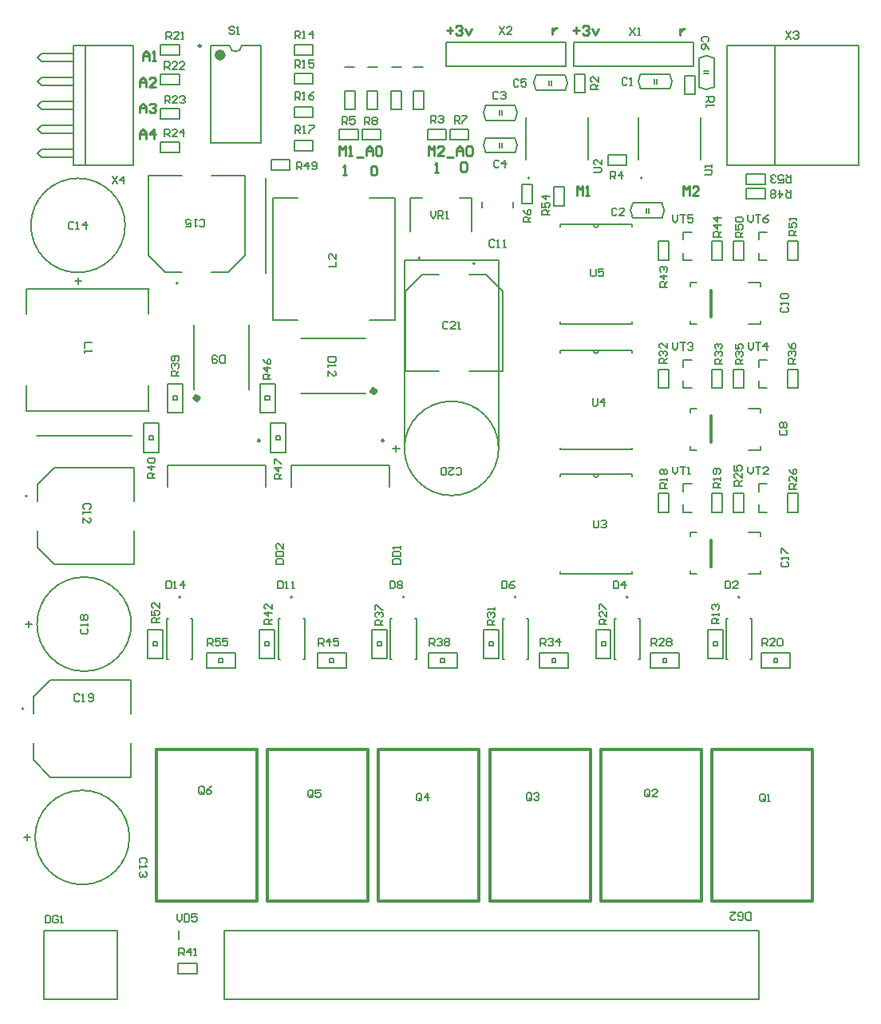
<source format=gto>
G04*
G04 #@! TF.GenerationSoftware,Altium Limited,Altium Designer,20.0.13 (296)*
G04*
G04 Layer_Color=65535*
%FSLAX44Y44*%
%MOMM*%
G71*
G01*
G75*
%ADD10C,0.6000*%
%ADD11C,0.2500*%
%ADD12C,0.2000*%
%ADD13C,0.1500*%
%ADD14C,0.6096*%
%ADD15C,0.1524*%
%ADD16C,0.1270*%
%ADD17C,0.3000*%
%ADD18C,0.1520*%
%ADD19C,0.2540*%
D10*
X226500Y1039750D02*
G03*
X226500Y1039750I-3000J0D01*
G01*
D11*
X203150Y1049350D02*
G03*
X203150Y1049350I-1250J0D01*
G01*
X397250Y630750D02*
G03*
X397250Y630750I-1250J0D01*
G01*
X265750D02*
G03*
X265750Y630750I-1250J0D01*
G01*
D12*
X233650Y1049750D02*
G03*
X246350Y1049750I6350J0D01*
G01*
X671500Y909250D02*
G03*
X671500Y909250I-1000J0D01*
G01*
X15250Y346250D02*
G03*
X15250Y346250I-1000J0D01*
G01*
X19000Y571750D02*
G03*
X19000Y571750I-1000J0D01*
G01*
X493750Y818500D02*
G03*
X493750Y818500I-1000J0D01*
G01*
X178750Y797750D02*
G03*
X178750Y797750I-1000J0D01*
G01*
X519000Y622500D02*
G03*
X519000Y622500I-50000J0D01*
G01*
X122750Y859000D02*
G03*
X122750Y859000I-50000J0D01*
G01*
X127250Y209750D02*
G03*
X127250Y209750I-50000J0D01*
G01*
X774900Y464650D02*
G03*
X774900Y464650I-1000J0D01*
G01*
X656250D02*
G03*
X656250Y464650I-1000J0D01*
G01*
X537600D02*
G03*
X537600Y464650I-1000J0D01*
G01*
X418950D02*
G03*
X418950Y464650I-1000J0D01*
G01*
X300300D02*
G03*
X300300Y464650I-1000J0D01*
G01*
X181650D02*
G03*
X181650Y464650I-1000J0D01*
G01*
X129250Y436000D02*
G03*
X129250Y436000I-50000J0D01*
G01*
X435750Y824250D02*
G03*
X435750Y824250I-1000J0D01*
G01*
X551750Y909250D02*
G03*
X551750Y909250I-1000J0D01*
G01*
X213500Y946750D02*
X266500D01*
X246350Y1049750D02*
X266500D01*
X213500D02*
X233650D01*
X266500Y946750D02*
Y1049750D01*
X213500Y946750D02*
Y1049750D01*
X590000Y1028050D02*
Y1053450D01*
X463000Y1028050D02*
X590000D01*
X463000Y1053450D02*
X590000D01*
X463000Y1028050D02*
Y1053450D01*
X726150Y1028050D02*
Y1053450D01*
X599150Y1028050D02*
X726150D01*
X599150Y1053450D02*
X726150D01*
X599150Y1028050D02*
Y1053450D01*
X160500Y947727D02*
X180500D01*
X160500Y936727D02*
Y947727D01*
Y936727D02*
X180500D01*
Y947727D01*
X160500Y983318D02*
X180500D01*
X160500Y972318D02*
Y983318D01*
Y972318D02*
X180500D01*
Y983318D01*
X160500Y1019000D02*
X180500D01*
X160500Y1008000D02*
Y1019000D01*
Y1008000D02*
X180500D01*
Y1019000D01*
X394153Y950000D02*
Y961000D01*
X374153Y950000D02*
X394153D01*
X374153D02*
Y961000D01*
X394153D01*
X370000Y950000D02*
Y961000D01*
X350000Y950000D02*
X370000D01*
X350000D02*
Y961000D01*
X370000D01*
X443500D02*
X463500D01*
X443500Y950000D02*
Y961000D01*
Y950000D02*
X463500D01*
Y961000D01*
X467401D02*
X487401D01*
X467401Y950000D02*
Y961000D01*
Y950000D02*
X487401D01*
Y961000D01*
X302250Y1020250D02*
X322250D01*
X302250Y1009250D02*
Y1020250D01*
Y1009250D02*
X322250D01*
Y1020250D01*
X634750Y933750D02*
X654750D01*
X634750Y922750D02*
Y933750D01*
Y922750D02*
X654750D01*
Y933750D01*
X543750Y882500D02*
Y902500D01*
Y882500D02*
X554750D01*
Y902500D01*
X543750D02*
X554750D01*
X610750Y999750D02*
Y1019750D01*
X599750D02*
X610750D01*
X599750Y999750D02*
Y1019750D01*
Y999750D02*
X610750D01*
X716500Y998000D02*
Y1018000D01*
Y998000D02*
X727500D01*
Y1018000D01*
X716500D02*
X727500D01*
X501000Y877750D02*
Y883750D01*
X534000Y877750D02*
Y883750D01*
X781750Y898250D02*
X801750D01*
X781750Y887250D02*
Y898250D01*
Y887250D02*
X801750D01*
Y898250D01*
X356000Y1027250D02*
X366000D01*
X405500D02*
X415500D01*
X439330Y982000D02*
Y1002000D01*
X428330D02*
X439330D01*
X428330Y982000D02*
Y1002000D01*
Y982000D02*
X439330D01*
X390750Y981750D02*
Y1001750D01*
X379750D02*
X390750D01*
X379750Y981750D02*
Y1001750D01*
Y981750D02*
X390750D01*
X416000Y982000D02*
Y1002000D01*
X405000D02*
X416000D01*
X405000Y982000D02*
Y1002000D01*
Y982000D02*
X416000D01*
X366750D02*
Y1002000D01*
X355750D02*
X366750D01*
X355750Y982000D02*
Y1002000D01*
Y982000D02*
X366750D01*
X180000Y101250D02*
Y111250D01*
X589000Y879750D02*
Y899750D01*
X578000D02*
X589000D01*
X578000Y879750D02*
Y899750D01*
Y879750D02*
X589000D01*
X277500Y917500D02*
X297500D01*
Y928500D01*
X277500D02*
X297500D01*
X277500Y917500D02*
Y928500D01*
X781750Y913125D02*
X801750D01*
X781750Y902125D02*
Y913125D01*
Y902125D02*
X801750D01*
Y913125D01*
X302250Y1050850D02*
X322250D01*
X302250Y1039850D02*
Y1050850D01*
Y1039850D02*
X322250D01*
Y1050850D01*
X160500D02*
X180500D01*
X160500Y1039850D02*
Y1050850D01*
Y1039850D02*
X180500D01*
Y1050850D01*
X779500Y822000D02*
Y842000D01*
X768500D02*
X779500D01*
X768500Y822000D02*
Y842000D01*
Y822000D02*
X779500D01*
X836262D02*
Y842000D01*
X825262D02*
X836262D01*
X825262Y822000D02*
Y842000D01*
Y822000D02*
X836262D01*
X756500D02*
Y842000D01*
X745500D02*
X756500D01*
X745500Y822000D02*
Y842000D01*
Y822000D02*
X756500D01*
X699500D02*
Y842000D01*
X688500D02*
X699500D01*
X688500Y822000D02*
Y842000D01*
Y822000D02*
X699500D01*
X836262Y686500D02*
Y706500D01*
X825262D02*
X836262D01*
X825262Y686500D02*
Y706500D01*
Y686500D02*
X836262D01*
X779500D02*
Y706500D01*
X768500D02*
X779500D01*
X768500Y686500D02*
Y706500D01*
Y686500D02*
X779500D01*
X756500D02*
Y706500D01*
X745500D02*
X756500D01*
X745500Y686500D02*
Y706500D01*
Y686500D02*
X756500D01*
X699500D02*
Y706500D01*
X688500D02*
X699500D01*
X688500Y686500D02*
Y706500D01*
Y686500D02*
X699500D01*
X836262Y554750D02*
Y574750D01*
X825262D02*
X836262D01*
X825262Y554750D02*
Y574750D01*
Y554750D02*
X836262D01*
X756500D02*
Y574750D01*
X745500D02*
X756500D01*
X745500Y554750D02*
Y574750D01*
Y554750D02*
X756500D01*
X779500D02*
Y574750D01*
X768500D02*
X779500D01*
X768500Y554750D02*
Y574750D01*
Y554750D02*
X779500D01*
X699500D02*
Y574750D01*
X688500D02*
X699500D01*
X688500Y554750D02*
Y574750D01*
Y554750D02*
X699500D01*
X410250Y619000D02*
Y626000D01*
X406750Y622500D02*
X413750D01*
X403250Y581750D02*
Y604250D01*
X299250D02*
X403250D01*
X299250Y581750D02*
Y604250D01*
X419250Y622250D02*
Y822250D01*
X519000Y622250D02*
Y822250D01*
X271750Y808750D02*
Y909000D01*
X419250Y822250D02*
X519000D01*
X271750Y581750D02*
Y604250D01*
X167750D02*
X271750D01*
X167750Y581750D02*
Y604250D01*
X69250Y800250D02*
X76250D01*
X72750Y796750D02*
Y803750D01*
X18500Y206250D02*
Y213250D01*
X15000Y209750D02*
X22000D01*
X428830Y1027250D02*
X438830D01*
X380075Y1027000D02*
X390075D01*
X322250Y937977D02*
Y948977D01*
X302250Y937977D02*
X322250D01*
X302250D02*
Y948977D01*
X322250D01*
Y973500D02*
Y984500D01*
X302250Y973500D02*
X322250D01*
X302250D02*
Y984500D01*
X322250D01*
X714750Y576750D02*
Y584750D01*
X723750D01*
X714750Y554750D02*
Y562750D01*
Y554750D02*
X723750D01*
X794750Y576750D02*
Y584750D01*
X803750D01*
X794750Y554750D02*
Y562750D01*
Y554750D02*
X803750D01*
X714750Y708500D02*
Y716500D01*
X723750D01*
X714750Y686500D02*
Y694500D01*
Y686500D02*
X723750D01*
X794750Y708500D02*
Y716500D01*
X803750D01*
X794750Y686500D02*
Y694500D01*
Y686500D02*
X803750D01*
X179100Y65250D02*
Y76250D01*
X199100D01*
Y65250D02*
Y76250D01*
X179100Y65250D02*
X199100D01*
X714750Y844000D02*
Y852000D01*
X723750D01*
X714750Y822000D02*
Y830000D01*
Y822000D02*
X723750D01*
X794750Y844000D02*
Y852000D01*
X803750D01*
X794750Y822000D02*
Y830000D01*
Y822000D02*
X803750D01*
X29250Y636000D02*
X129500D01*
X17000Y436000D02*
X24000D01*
X20500Y432500D02*
Y439500D01*
X761650Y922700D02*
X812450D01*
X761650Y1049700D02*
X812450D01*
Y922700D02*
Y1049700D01*
X761650Y922700D02*
Y1049700D01*
X812450Y922700D02*
X901350D01*
Y1049700D01*
X812450D02*
X901350D01*
X33734Y1041234D02*
X67600D01*
X29500Y1037000D02*
X33734Y1041234D01*
X29500Y1037000D02*
X33734Y1032767D01*
X67600D01*
X80300Y1049700D02*
X131100D01*
X80300Y922700D02*
X131100D01*
X80300D02*
Y1049700D01*
X131100Y922700D02*
Y1049700D01*
X29500Y935400D02*
X33734Y931167D01*
X29500Y935400D02*
X33734Y939634D01*
Y956567D02*
X67600D01*
X29500Y960800D02*
X33734Y956567D01*
X29500Y960800D02*
X33734Y965034D01*
X67600D01*
X33734Y939634D02*
X67600D01*
X33734Y931167D02*
X67600D01*
X29500Y986200D02*
X33734Y981967D01*
X29500Y986200D02*
X33734Y990434D01*
Y1007367D02*
X67600D01*
X29500Y1011600D02*
X33734Y1007367D01*
X29500Y1011600D02*
X33734Y1015834D01*
X67600D01*
X33734Y990434D02*
X67600D01*
X33734Y981967D02*
X67600D01*
Y922700D02*
X80300D01*
X67600D02*
Y1049700D01*
X80300D01*
X238500Y1068666D02*
X237167Y1069999D01*
X234501D01*
X233168Y1068666D01*
Y1067333D01*
X234501Y1066000D01*
X237167D01*
X238500Y1064667D01*
Y1063334D01*
X237167Y1062001D01*
X234501D01*
X233168Y1063334D01*
X241166Y1062001D02*
X243832D01*
X242499D01*
Y1069999D01*
X241166Y1068666D01*
X519585Y1069749D02*
X524917Y1061751D01*
Y1069749D02*
X519585Y1061751D01*
X532915D02*
X527583D01*
X532915Y1067083D01*
Y1068416D01*
X531582Y1069749D01*
X528916D01*
X527583Y1068416D01*
X658418Y1068749D02*
X663750Y1060751D01*
Y1068749D02*
X658418Y1060751D01*
X666416D02*
X669082D01*
X667749D01*
Y1068749D01*
X666416Y1067416D01*
X164587Y953251D02*
Y961249D01*
X168585D01*
X169918Y959916D01*
Y957250D01*
X168585Y955917D01*
X164587D01*
X167253D02*
X169918Y953251D01*
X177916D02*
X172584D01*
X177916Y958583D01*
Y959916D01*
X176583Y961249D01*
X173917D01*
X172584Y959916D01*
X184580Y953251D02*
Y961249D01*
X180582Y957250D01*
X185913D01*
X164837Y988501D02*
Y996499D01*
X168836D01*
X170168Y995166D01*
Y992500D01*
X168836Y991167D01*
X164837D01*
X167503D02*
X170168Y988501D01*
X178166D02*
X172834D01*
X178166Y993833D01*
Y995166D01*
X176833Y996499D01*
X174167D01*
X172834Y995166D01*
X180832D02*
X182164Y996499D01*
X184830D01*
X186163Y995166D01*
Y993833D01*
X184830Y992500D01*
X183497D01*
X184830D01*
X186163Y991167D01*
Y989834D01*
X184830Y988501D01*
X182164D01*
X180832Y989834D01*
X164587Y1024501D02*
Y1032499D01*
X168585D01*
X169918Y1031166D01*
Y1028500D01*
X168585Y1027167D01*
X164587D01*
X167253D02*
X169918Y1024501D01*
X177916D02*
X172584D01*
X177916Y1029833D01*
Y1031166D01*
X176583Y1032499D01*
X173917D01*
X172584Y1031166D01*
X185913Y1024501D02*
X180582D01*
X185913Y1029833D01*
Y1031166D01*
X184580Y1032499D01*
X181915D01*
X180582Y1031166D01*
X376836Y966001D02*
Y973999D01*
X380834D01*
X382167Y972666D01*
Y970000D01*
X380834Y968667D01*
X376836D01*
X379501D02*
X382167Y966001D01*
X384833Y972666D02*
X386166Y973999D01*
X388832D01*
X390164Y972666D01*
Y971333D01*
X388832Y970000D01*
X390164Y968667D01*
Y967334D01*
X388832Y966001D01*
X386166D01*
X384833Y967334D01*
Y968667D01*
X386166Y970000D01*
X384833Y971333D01*
Y972666D01*
X386166Y970000D02*
X388832D01*
X353086Y966251D02*
Y974249D01*
X357084D01*
X358417Y972916D01*
Y970250D01*
X357084Y968917D01*
X353086D01*
X355751D02*
X358417Y966251D01*
X366414Y974249D02*
X361083D01*
Y970250D01*
X363749Y971583D01*
X365082D01*
X366414Y970250D01*
Y967584D01*
X365082Y966251D01*
X362416D01*
X361083Y967584D01*
X447085Y967751D02*
Y975749D01*
X451084D01*
X452417Y974416D01*
Y971750D01*
X451084Y970417D01*
X447085D01*
X449751D02*
X452417Y967751D01*
X455083Y974416D02*
X456416Y975749D01*
X459082D01*
X460415Y974416D01*
Y973083D01*
X459082Y971750D01*
X457749D01*
X459082D01*
X460415Y970417D01*
Y969084D01*
X459082Y967751D01*
X456416D01*
X455083Y969084D01*
X472336Y967251D02*
Y975249D01*
X476334D01*
X477667Y973916D01*
Y971250D01*
X476334Y969917D01*
X472336D01*
X475001D02*
X477667Y967251D01*
X480333Y975249D02*
X485664D01*
Y973916D01*
X480333Y968584D01*
Y967251D01*
X518417Y999666D02*
X517084Y1000999D01*
X514418D01*
X513086Y999666D01*
Y994334D01*
X514418Y993001D01*
X517084D01*
X518417Y994334D01*
X521083Y999666D02*
X522416Y1000999D01*
X525082D01*
X526414Y999666D01*
Y998333D01*
X525082Y997000D01*
X523749D01*
X525082D01*
X526414Y995667D01*
Y994334D01*
X525082Y993001D01*
X522416D01*
X521083Y994334D01*
X519417Y926916D02*
X518084Y928249D01*
X515418D01*
X514086Y926916D01*
Y921584D01*
X515418Y920251D01*
X518084D01*
X519417Y921584D01*
X526082Y920251D02*
Y928249D01*
X522083Y924250D01*
X527415D01*
X38242Y127013D02*
Y119016D01*
X42241D01*
X43574Y120349D01*
Y125681D01*
X42241Y127013D01*
X38242D01*
X51571Y125681D02*
X50238Y127013D01*
X47572D01*
X46239Y125681D01*
Y120349D01*
X47572Y119016D01*
X50238D01*
X51571Y120349D01*
Y123015D01*
X48905D01*
X54237Y119016D02*
X56903D01*
X55570D01*
Y127013D01*
X54237Y125681D01*
X786413Y122251D02*
Y130249D01*
X782414D01*
X781081Y128916D01*
Y123584D01*
X782414Y122251D01*
X786413D01*
X773084Y123584D02*
X774417Y122251D01*
X777083D01*
X778416Y123584D01*
Y128916D01*
X777083Y130249D01*
X774417D01*
X773084Y128916D01*
Y126250D01*
X775750D01*
X765087Y130249D02*
X770418D01*
X765087Y124917D01*
Y123584D01*
X766420Y122251D01*
X769085D01*
X770418Y123584D01*
X783724Y870171D02*
Y864840D01*
X786390Y862174D01*
X789056Y864840D01*
Y870171D01*
X791721D02*
X797053D01*
X794387D01*
Y862174D01*
X805051Y870171D02*
X802385Y868839D01*
X799719Y866173D01*
Y863507D01*
X801052Y862174D01*
X803718D01*
X805051Y863507D01*
Y864840D01*
X803718Y866173D01*
X799719D01*
X703660Y869957D02*
Y864626D01*
X706326Y861960D01*
X708992Y864626D01*
Y869957D01*
X711657D02*
X716989D01*
X714323D01*
Y861960D01*
X724986Y869957D02*
X719655D01*
Y865959D01*
X722321Y867292D01*
X723654D01*
X724986Y865959D01*
Y863293D01*
X723654Y861960D01*
X720988D01*
X719655Y863293D01*
X783748Y734539D02*
Y729208D01*
X786414Y726542D01*
X789080Y729208D01*
Y734539D01*
X791745D02*
X797077D01*
X794411D01*
Y726542D01*
X803742D02*
Y734539D01*
X799743Y730541D01*
X805074D01*
X703676Y734525D02*
Y729194D01*
X706342Y726528D01*
X709008Y729194D01*
Y734525D01*
X711673D02*
X717005D01*
X714339D01*
Y726528D01*
X719671Y733193D02*
X721004Y734525D01*
X723670D01*
X725003Y733193D01*
Y731860D01*
X723670Y730527D01*
X722337D01*
X723670D01*
X725003Y729194D01*
Y727861D01*
X723670Y726528D01*
X721004D01*
X719671Y727861D01*
X783682Y602863D02*
Y597532D01*
X786348Y594866D01*
X789014Y597532D01*
Y602863D01*
X791679D02*
X797011D01*
X794345D01*
Y594866D01*
X805008D02*
X799677D01*
X805008Y600198D01*
Y601530D01*
X803676Y602863D01*
X801010D01*
X799677Y601530D01*
X703722Y602871D02*
Y597540D01*
X706388Y594874D01*
X709054Y597540D01*
Y602871D01*
X711719D02*
X717051D01*
X714385D01*
Y594874D01*
X719717D02*
X722383D01*
X721050D01*
Y602871D01*
X719717Y601539D01*
X177587Y128499D02*
Y123167D01*
X180253Y120501D01*
X182918Y123167D01*
Y128499D01*
X185584D02*
Y120501D01*
X189583D01*
X190916Y121834D01*
Y127166D01*
X189583Y128499D01*
X185584D01*
X198913D02*
X193582D01*
Y124500D01*
X196247Y125833D01*
X197580D01*
X198913Y124500D01*
Y121834D01*
X197580Y120501D01*
X194914D01*
X193582Y121834D01*
X616825Y812999D02*
Y806334D01*
X618158Y805001D01*
X620824D01*
X622157Y806334D01*
Y812999D01*
X630154D02*
X624823D01*
Y809000D01*
X627489Y810333D01*
X628822D01*
X630154Y809000D01*
Y806334D01*
X628822Y805001D01*
X626156D01*
X624823Y806334D01*
X210324Y413022D02*
Y421019D01*
X214323D01*
X215656Y419687D01*
Y417021D01*
X214323Y415688D01*
X210324D01*
X212990D02*
X215656Y413022D01*
X223653Y421019D02*
X218321D01*
Y417021D01*
X220987Y418354D01*
X222320D01*
X223653Y417021D01*
Y414355D01*
X222320Y413022D01*
X219654D01*
X218321Y414355D01*
X231650Y421019D02*
X226319D01*
Y417021D01*
X228985Y418354D01*
X230317D01*
X231650Y417021D01*
Y414355D01*
X230317Y413022D01*
X227652D01*
X226319Y414355D01*
X573249Y870087D02*
X565251D01*
Y874085D01*
X566584Y875418D01*
X569250D01*
X570583Y874085D01*
Y870087D01*
Y872753D02*
X573249Y875418D01*
X565251Y883416D02*
Y878084D01*
X569250D01*
X567917Y880750D01*
Y882083D01*
X569250Y883416D01*
X571916D01*
X573249Y882083D01*
Y879417D01*
X571916Y878084D01*
X573249Y890080D02*
X565251D01*
X569250Y886082D01*
Y891413D01*
X829163Y912499D02*
Y904501D01*
X825164D01*
X823832Y905834D01*
Y908500D01*
X825164Y909833D01*
X829163D01*
X826497D02*
X823832Y912499D01*
X815834Y904501D02*
X821166D01*
Y908500D01*
X818500Y907167D01*
X817167D01*
X815834Y908500D01*
Y911166D01*
X817167Y912499D01*
X819833D01*
X821166Y911166D01*
X813168Y905834D02*
X811835Y904501D01*
X809170D01*
X807837Y905834D01*
Y907167D01*
X809170Y908500D01*
X810503D01*
X809170D01*
X807837Y909833D01*
Y911166D01*
X809170Y912499D01*
X811835D01*
X813168Y911166D01*
X158999Y437337D02*
X151001D01*
Y441335D01*
X152334Y442668D01*
X155000D01*
X156333Y441335D01*
Y437337D01*
Y440003D02*
X158999Y442668D01*
X151001Y450666D02*
Y445334D01*
X155000D01*
X153667Y448000D01*
Y449333D01*
X155000Y450666D01*
X157666D01*
X158999Y449333D01*
Y446667D01*
X157666Y445334D01*
X158999Y458663D02*
Y453332D01*
X153667Y458663D01*
X152334D01*
X151001Y457330D01*
Y454664D01*
X152334Y453332D01*
X835011Y848420D02*
X827013D01*
Y852418D01*
X828346Y853751D01*
X831012D01*
X832345Y852418D01*
Y848420D01*
Y851086D02*
X835011Y853751D01*
X827013Y861749D02*
Y856417D01*
X831012D01*
X829679Y859083D01*
Y860416D01*
X831012Y861749D01*
X833678D01*
X835011Y860416D01*
Y857750D01*
X833678Y856417D01*
X835011Y864415D02*
Y867080D01*
Y865748D01*
X827013D01*
X828346Y864415D01*
X778249Y846587D02*
X770251D01*
Y850585D01*
X771584Y851918D01*
X774250D01*
X775583Y850585D01*
Y846587D01*
Y849253D02*
X778249Y851918D01*
X770251Y859916D02*
Y854584D01*
X774250D01*
X772917Y857250D01*
Y858583D01*
X774250Y859916D01*
X776916D01*
X778249Y858583D01*
Y855917D01*
X776916Y854584D01*
X771584Y862582D02*
X770251Y863915D01*
Y866580D01*
X771584Y867913D01*
X776916D01*
X778249Y866580D01*
Y863915D01*
X776916Y862582D01*
X771584D01*
X304837Y918251D02*
Y926249D01*
X308836D01*
X310168Y924916D01*
Y922250D01*
X308836Y920917D01*
X304837D01*
X307503D02*
X310168Y918251D01*
X316833D02*
Y926249D01*
X312834Y922250D01*
X318166D01*
X320832Y919584D02*
X322164Y918251D01*
X324830D01*
X326163Y919584D01*
Y924916D01*
X324830Y926249D01*
X322164D01*
X320832Y924916D01*
Y923583D01*
X322164Y922250D01*
X326163D01*
X828913Y896499D02*
Y888501D01*
X824914D01*
X823582Y889834D01*
Y892500D01*
X824914Y893833D01*
X828913D01*
X826247D02*
X823582Y896499D01*
X816917D02*
Y888501D01*
X820916Y892500D01*
X815584D01*
X812918Y889834D02*
X811585Y888501D01*
X808920D01*
X807587Y889834D01*
Y891167D01*
X808920Y892500D01*
X807587Y893833D01*
Y895166D01*
X808920Y896499D01*
X811585D01*
X812918Y895166D01*
Y893833D01*
X811585Y892500D01*
X812918Y891167D01*
Y889834D01*
X811585Y892500D02*
X808920D01*
X289124Y589837D02*
X281126D01*
Y593835D01*
X282459Y595168D01*
X285125D01*
X286458Y593835D01*
Y589837D01*
Y592503D02*
X289124Y595168D01*
Y601833D02*
X281126D01*
X285125Y597834D01*
Y603166D01*
X281126Y605832D02*
Y611163D01*
X282459D01*
X287791Y605832D01*
X289124D01*
X277249Y695837D02*
X269251D01*
Y699836D01*
X270584Y701168D01*
X273250D01*
X274583Y699836D01*
Y695837D01*
Y698503D02*
X277249Y701168D01*
Y707833D02*
X269251D01*
X273250Y703834D01*
Y709166D01*
X269251Y717163D02*
X270584Y714498D01*
X273250Y711832D01*
X275916D01*
X277249Y713165D01*
Y715830D01*
X275916Y717163D01*
X274583D01*
X273250Y715830D01*
Y711832D01*
X328016Y413042D02*
Y421039D01*
X332015D01*
X333348Y419706D01*
Y417041D01*
X332015Y415708D01*
X328016D01*
X330682D02*
X333348Y413042D01*
X340012D02*
Y421039D01*
X336013Y417041D01*
X341345D01*
X349342Y421039D02*
X344011D01*
Y417041D01*
X346677Y418374D01*
X348009D01*
X349342Y417041D01*
Y414375D01*
X348009Y413042D01*
X345344D01*
X344011Y414375D01*
X755112Y847069D02*
X747114D01*
Y851068D01*
X748447Y852401D01*
X751113D01*
X752446Y851068D01*
Y847069D01*
Y849735D02*
X755112Y852401D01*
Y859065D02*
X747114D01*
X751113Y855066D01*
Y860398D01*
X755112Y867063D02*
X747114D01*
X751113Y863064D01*
Y868395D01*
X697999Y793587D02*
X690001D01*
Y797586D01*
X691334Y798918D01*
X694000D01*
X695333Y797586D01*
Y793587D01*
Y796253D02*
X697999Y798918D01*
Y805583D02*
X690001D01*
X694000Y801584D01*
Y806916D01*
X691334Y809582D02*
X690001Y810915D01*
Y813580D01*
X691334Y814913D01*
X692667D01*
X694000Y813580D01*
Y812247D01*
Y813580D01*
X695333Y814913D01*
X696666D01*
X697999Y813580D01*
Y810915D01*
X696666Y809582D01*
X278399Y436087D02*
X270401D01*
Y440085D01*
X271734Y441418D01*
X274400D01*
X275733Y440085D01*
Y436087D01*
Y438753D02*
X278399Y441418D01*
Y448083D02*
X270401D01*
X274400Y444084D01*
Y449416D01*
X278399Y457413D02*
Y452082D01*
X273067Y457413D01*
X271734D01*
X270401Y456080D01*
Y453414D01*
X271734Y452082D01*
X179976Y84306D02*
Y92303D01*
X183975D01*
X185308Y90970D01*
Y88305D01*
X183975Y86972D01*
X179976D01*
X182642D02*
X185308Y84306D01*
X191972D02*
Y92303D01*
X187973Y88305D01*
X193305D01*
X195971Y84306D02*
X198637D01*
X197304D01*
Y92303D01*
X195971Y90970D01*
X154624Y591087D02*
X146626D01*
Y595085D01*
X147959Y596418D01*
X150625D01*
X151958Y595085D01*
Y591087D01*
Y593753D02*
X154624Y596418D01*
Y603083D02*
X146626D01*
X150625Y599084D01*
Y604416D01*
X147959Y607082D02*
X146626Y608414D01*
Y611080D01*
X147959Y612413D01*
X153291D01*
X154624Y611080D01*
Y608414D01*
X153291Y607082D01*
X147959D01*
X179749Y699337D02*
X171751D01*
Y703335D01*
X173084Y704668D01*
X175750D01*
X177083Y703335D01*
Y699337D01*
Y702003D02*
X179749Y704668D01*
X173084Y707334D02*
X171751Y708667D01*
Y711333D01*
X173084Y712666D01*
X174417D01*
X175750Y711333D01*
Y710000D01*
Y711333D01*
X177083Y712666D01*
X178416D01*
X179749Y711333D01*
Y708667D01*
X178416Y707334D01*
Y715332D02*
X179749Y716665D01*
Y719330D01*
X178416Y720663D01*
X173084D01*
X171751Y719330D01*
Y716665D01*
X173084Y715332D01*
X174417D01*
X175750Y716665D01*
Y720663D01*
X445704Y413050D02*
Y421047D01*
X449703D01*
X451036Y419715D01*
Y417049D01*
X449703Y415716D01*
X445704D01*
X448370D02*
X451036Y413050D01*
X453701Y419715D02*
X455034Y421047D01*
X457700D01*
X459033Y419715D01*
Y418382D01*
X457700Y417049D01*
X456367D01*
X457700D01*
X459033Y415716D01*
Y414383D01*
X457700Y413050D01*
X455034D01*
X453701Y414383D01*
X461699Y419715D02*
X463032Y421047D01*
X465698D01*
X467030Y419715D01*
Y418382D01*
X465698Y417049D01*
X467030Y415716D01*
Y414383D01*
X465698Y413050D01*
X463032D01*
X461699Y414383D01*
Y415716D01*
X463032Y417049D01*
X461699Y418382D01*
Y419715D01*
X463032Y417049D02*
X465698D01*
X396299Y435337D02*
X388301D01*
Y439336D01*
X389634Y440668D01*
X392300D01*
X393633Y439336D01*
Y435337D01*
Y438003D02*
X396299Y440668D01*
X389634Y443334D02*
X388301Y444667D01*
Y447333D01*
X389634Y448666D01*
X390967D01*
X392300Y447333D01*
Y446000D01*
Y447333D01*
X393633Y448666D01*
X394966D01*
X396299Y447333D01*
Y444667D01*
X394966Y443334D01*
X388301Y451332D02*
Y456663D01*
X389634D01*
X394966Y451332D01*
X396299D01*
X834249Y712337D02*
X826251D01*
Y716336D01*
X827584Y717668D01*
X830250D01*
X831583Y716336D01*
Y712337D01*
Y715003D02*
X834249Y717668D01*
X827584Y720334D02*
X826251Y721667D01*
Y724333D01*
X827584Y725666D01*
X828917D01*
X830250Y724333D01*
Y723000D01*
Y724333D01*
X831583Y725666D01*
X832916D01*
X834249Y724333D01*
Y721667D01*
X832916Y720334D01*
X826251Y733663D02*
X827584Y730997D01*
X830250Y728332D01*
X832916D01*
X834249Y729665D01*
Y732330D01*
X832916Y733663D01*
X831583D01*
X830250Y732330D01*
Y728332D01*
X778249Y711837D02*
X770251D01*
Y715835D01*
X771584Y717168D01*
X774250D01*
X775583Y715835D01*
Y711837D01*
Y714503D02*
X778249Y717168D01*
X771584Y719834D02*
X770251Y721167D01*
Y723833D01*
X771584Y725166D01*
X772917D01*
X774250Y723833D01*
Y722500D01*
Y723833D01*
X775583Y725166D01*
X776916D01*
X778249Y723833D01*
Y721167D01*
X776916Y719834D01*
X770251Y733163D02*
Y727832D01*
X774250D01*
X772917Y730497D01*
Y731830D01*
X774250Y733163D01*
X776916D01*
X778249Y731830D01*
Y729165D01*
X776916Y727832D01*
X563578Y413066D02*
Y421063D01*
X567577D01*
X568910Y419730D01*
Y417065D01*
X567577Y415732D01*
X563578D01*
X566244D02*
X568910Y413066D01*
X571575Y419730D02*
X572908Y421063D01*
X575574D01*
X576907Y419730D01*
Y418398D01*
X575574Y417065D01*
X574241D01*
X575574D01*
X576907Y415732D01*
Y414399D01*
X575574Y413066D01*
X572908D01*
X571575Y414399D01*
X583572Y413066D02*
Y421063D01*
X579573Y417065D01*
X584904D01*
X756249Y712087D02*
X748251D01*
Y716086D01*
X749584Y717418D01*
X752250D01*
X753583Y716086D01*
Y712087D01*
Y714753D02*
X756249Y717418D01*
X749584Y720084D02*
X748251Y721417D01*
Y724083D01*
X749584Y725416D01*
X750917D01*
X752250Y724083D01*
Y722750D01*
Y724083D01*
X753583Y725416D01*
X754916D01*
X756249Y724083D01*
Y721417D01*
X754916Y720084D01*
X749584Y728082D02*
X748251Y729415D01*
Y732080D01*
X749584Y733413D01*
X750917D01*
X752250Y732080D01*
Y730747D01*
Y732080D01*
X753583Y733413D01*
X754916D01*
X756249Y732080D01*
Y729415D01*
X754916Y728082D01*
X697499Y712587D02*
X689501D01*
Y716585D01*
X690834Y717918D01*
X693500D01*
X694833Y716585D01*
Y712587D01*
Y715253D02*
X697499Y717918D01*
X690834Y720584D02*
X689501Y721917D01*
Y724583D01*
X690834Y725916D01*
X692167D01*
X693500Y724583D01*
Y723250D01*
Y724583D01*
X694833Y725916D01*
X696166D01*
X697499Y724583D01*
Y721917D01*
X696166Y720584D01*
X697499Y733913D02*
Y728582D01*
X692167Y733913D01*
X690834D01*
X689501Y732580D01*
Y729914D01*
X690834Y728582D01*
X514949Y435170D02*
X506951D01*
Y439168D01*
X508284Y440501D01*
X510950D01*
X512283Y439168D01*
Y435170D01*
Y437836D02*
X514949Y440501D01*
X508284Y443167D02*
X506951Y444500D01*
Y447166D01*
X508284Y448499D01*
X509617D01*
X510950Y447166D01*
Y445833D01*
Y447166D01*
X512283Y448499D01*
X513616D01*
X514949Y447166D01*
Y444500D01*
X513616Y443167D01*
X514949Y451165D02*
Y453830D01*
Y452497D01*
X506951D01*
X508284Y451165D01*
X681200Y412998D02*
Y420995D01*
X685199D01*
X686532Y419663D01*
Y416997D01*
X685199Y415664D01*
X681200D01*
X683866D02*
X686532Y412998D01*
X694529D02*
X689197D01*
X694529Y418330D01*
Y419663D01*
X693196Y420995D01*
X690530D01*
X689197Y419663D01*
X697195D02*
X698528Y420995D01*
X701193D01*
X702526Y419663D01*
Y418330D01*
X701193Y416997D01*
X702526Y415664D01*
Y414331D01*
X701193Y412998D01*
X698528D01*
X697195Y414331D01*
Y415664D01*
X698528Y416997D01*
X697195Y418330D01*
Y419663D01*
X698528Y416997D02*
X701193D01*
X633849Y435837D02*
X625851D01*
Y439836D01*
X627184Y441168D01*
X629850D01*
X631183Y439836D01*
Y435837D01*
Y438503D02*
X633849Y441168D01*
Y449166D02*
Y443834D01*
X628517Y449166D01*
X627184D01*
X625851Y447833D01*
Y445167D01*
X627184Y443834D01*
X625851Y451832D02*
Y457163D01*
X627184D01*
X632516Y451832D01*
X633849D01*
X835249Y579337D02*
X827251D01*
Y583335D01*
X828584Y584668D01*
X831250D01*
X832583Y583335D01*
Y579337D01*
Y582002D02*
X835249Y584668D01*
Y592666D02*
Y587334D01*
X829917Y592666D01*
X828584D01*
X827251Y591333D01*
Y588667D01*
X828584Y587334D01*
X827251Y600663D02*
X828584Y597997D01*
X831250Y595332D01*
X833916D01*
X835249Y596665D01*
Y599330D01*
X833916Y600663D01*
X832583D01*
X831250Y599330D01*
Y595332D01*
X776999Y582837D02*
X769001D01*
Y586836D01*
X770334Y588168D01*
X773000D01*
X774333Y586836D01*
Y582837D01*
Y585503D02*
X776999Y588168D01*
Y596166D02*
Y590834D01*
X771667Y596166D01*
X770334D01*
X769001Y594833D01*
Y592167D01*
X770334Y590834D01*
X769001Y604163D02*
Y598832D01*
X773000D01*
X771667Y601497D01*
Y602830D01*
X773000Y604163D01*
X775666D01*
X776999Y602830D01*
Y600165D01*
X775666Y598832D01*
X166420Y1056501D02*
Y1064499D01*
X170418D01*
X171751Y1063166D01*
Y1060500D01*
X170418Y1059167D01*
X166420D01*
X169086D02*
X171751Y1056501D01*
X179749D02*
X174417D01*
X179749Y1061833D01*
Y1063166D01*
X178416Y1064499D01*
X175750D01*
X174417Y1063166D01*
X182414Y1056501D02*
X185080D01*
X183747D01*
Y1064499D01*
X182414Y1063166D01*
X798910Y412998D02*
Y420995D01*
X802909D01*
X804241Y419663D01*
Y416997D01*
X802909Y415664D01*
X798910D01*
X801576D02*
X804241Y412998D01*
X812239D02*
X806907D01*
X812239Y418330D01*
Y419663D01*
X810906Y420995D01*
X808240D01*
X806907Y419663D01*
X814905D02*
X816238Y420995D01*
X818904D01*
X820236Y419663D01*
Y414331D01*
X818904Y412998D01*
X816238D01*
X814905Y414331D01*
Y419663D01*
X754499Y580753D02*
X746501D01*
Y584752D01*
X747834Y586085D01*
X750500D01*
X751833Y584752D01*
Y580753D01*
Y583419D02*
X754499Y586085D01*
Y588751D02*
Y591417D01*
Y590084D01*
X746501D01*
X747834Y588751D01*
X753166Y595415D02*
X754499Y596748D01*
Y599414D01*
X753166Y600747D01*
X747834D01*
X746501Y599414D01*
Y596748D01*
X747834Y595415D01*
X749167D01*
X750500Y596748D01*
Y600747D01*
X697999Y580253D02*
X690001D01*
Y584252D01*
X691334Y585585D01*
X694000D01*
X695333Y584252D01*
Y580253D01*
Y582919D02*
X697999Y585585D01*
Y588251D02*
Y590916D01*
Y589584D01*
X690001D01*
X691334Y588251D01*
Y594915D02*
X690001Y596248D01*
Y598914D01*
X691334Y600247D01*
X692667D01*
X694000Y598914D01*
X695333Y600247D01*
X696666D01*
X697999Y598914D01*
Y596248D01*
X696666Y594915D01*
X695333D01*
X694000Y596248D01*
X692667Y594915D01*
X691334D01*
X694000Y596248D02*
Y598914D01*
X303336Y957070D02*
Y965067D01*
X307335D01*
X308668Y963735D01*
Y961069D01*
X307335Y959736D01*
X303336D01*
X306002D02*
X308668Y957070D01*
X311333D02*
X313999D01*
X312666D01*
Y965067D01*
X311333Y963735D01*
X317998Y965067D02*
X323330D01*
Y963735D01*
X317998Y958403D01*
Y957070D01*
X303148Y992562D02*
Y1000560D01*
X307147D01*
X308480Y999227D01*
Y996561D01*
X307147Y995228D01*
X303148D01*
X305814D02*
X308480Y992562D01*
X311145D02*
X313811D01*
X312478D01*
Y1000560D01*
X311145Y999227D01*
X323142Y1000560D02*
X320476Y999227D01*
X317810Y996561D01*
Y993895D01*
X319143Y992562D01*
X321809D01*
X323142Y993895D01*
Y995228D01*
X321809Y996561D01*
X317810D01*
X303003Y1026251D02*
Y1034249D01*
X307002D01*
X308335Y1032916D01*
Y1030250D01*
X307002Y1028917D01*
X303003D01*
X305669D02*
X308335Y1026251D01*
X311001D02*
X313666D01*
X312334D01*
Y1034249D01*
X311001Y1032916D01*
X322997Y1034249D02*
X317665D01*
Y1030250D01*
X320331Y1031583D01*
X321664D01*
X322997Y1030250D01*
Y1027584D01*
X321664Y1026251D01*
X318998D01*
X317665Y1027584D01*
X303003Y1057351D02*
Y1065349D01*
X307002D01*
X308335Y1064016D01*
Y1061350D01*
X307002Y1060017D01*
X303003D01*
X305669D02*
X308335Y1057351D01*
X311001D02*
X313666D01*
X312334D01*
Y1065349D01*
X311001Y1064016D01*
X321664Y1057351D02*
Y1065349D01*
X317665Y1061350D01*
X322997D01*
X753249Y437003D02*
X745251D01*
Y441002D01*
X746584Y442335D01*
X749250D01*
X750583Y441002D01*
Y437003D01*
Y439669D02*
X753249Y442335D01*
Y445001D02*
Y447666D01*
Y446334D01*
X745251D01*
X746584Y445001D01*
Y451665D02*
X745251Y452998D01*
Y455664D01*
X746584Y456997D01*
X747917D01*
X749250Y455664D01*
Y454331D01*
Y455664D01*
X750583Y456997D01*
X751916D01*
X753249Y455664D01*
Y452998D01*
X751916Y451665D01*
X553249Y862336D02*
X545251D01*
Y866334D01*
X546584Y867667D01*
X549250D01*
X550583Y866334D01*
Y862336D01*
Y865001D02*
X553249Y867667D01*
X545251Y875665D02*
X546584Y872999D01*
X549250Y870333D01*
X551916D01*
X553249Y871666D01*
Y874332D01*
X551916Y875665D01*
X550583D01*
X549250Y874332D01*
Y870333D01*
X637836Y908251D02*
Y916249D01*
X641834D01*
X643167Y914916D01*
Y912250D01*
X641834Y910917D01*
X637836D01*
X640501D02*
X643167Y908251D01*
X649832D02*
Y916249D01*
X645833Y912250D01*
X651164D01*
X624749Y1003085D02*
X616751D01*
Y1007084D01*
X618084Y1008417D01*
X620750D01*
X622083Y1007084D01*
Y1003085D01*
Y1005751D02*
X624749Y1008417D01*
Y1016414D02*
Y1011083D01*
X619417Y1016414D01*
X618084D01*
X616751Y1015082D01*
Y1012416D01*
X618084Y1011083D01*
X739501Y995332D02*
X747499D01*
Y991333D01*
X746166Y990000D01*
X743500D01*
X742167Y991333D01*
Y995332D01*
Y992666D02*
X739501Y990000D01*
Y987334D02*
Y984668D01*
Y986001D01*
X747499D01*
X746166Y987334D01*
X166378Y481791D02*
Y473794D01*
X170377D01*
X171710Y475127D01*
Y480458D01*
X170377Y481791D01*
X166378D01*
X174375Y473794D02*
X177041D01*
X175708D01*
Y481791D01*
X174375Y480458D01*
X185039Y473794D02*
Y481791D01*
X181040Y477793D01*
X186372D01*
X285018Y481773D02*
Y473776D01*
X289017D01*
X290350Y475109D01*
Y480440D01*
X289017Y481773D01*
X285018D01*
X293015Y473776D02*
X295681D01*
X294348D01*
Y481773D01*
X293015Y480440D01*
X299680Y473776D02*
X302346D01*
X301013D01*
Y481773D01*
X299680Y480440D01*
X403618Y481783D02*
Y473786D01*
X407617D01*
X408950Y475119D01*
Y480451D01*
X407617Y481783D01*
X403618D01*
X411615Y480451D02*
X412948Y481783D01*
X415614D01*
X416947Y480451D01*
Y479118D01*
X415614Y477785D01*
X416947Y476452D01*
Y475119D01*
X415614Y473786D01*
X412948D01*
X411615Y475119D01*
Y476452D01*
X412948Y477785D01*
X411615Y479118D01*
Y480451D01*
X412948Y477785D02*
X415614D01*
X522414Y481839D02*
Y473842D01*
X526413D01*
X527746Y475175D01*
Y480507D01*
X526413Y481839D01*
X522414D01*
X535743D02*
X533077Y480507D01*
X530411Y477841D01*
Y475175D01*
X531744Y473842D01*
X534410D01*
X535743Y475175D01*
Y476508D01*
X534410Y477841D01*
X530411D01*
X640912Y481789D02*
Y473792D01*
X644911D01*
X646244Y475125D01*
Y480457D01*
X644911Y481789D01*
X640912D01*
X652908Y473792D02*
Y481789D01*
X648909Y477791D01*
X654241D01*
X759634Y481781D02*
Y473784D01*
X763633D01*
X764966Y475117D01*
Y480448D01*
X763633Y481781D01*
X759634D01*
X772963Y473784D02*
X767631D01*
X772963Y479116D01*
Y480448D01*
X771630Y481781D01*
X768964D01*
X767631Y480448D01*
X465251Y755666D02*
X463918Y756999D01*
X461253D01*
X459920Y755666D01*
Y750334D01*
X461253Y749001D01*
X463918D01*
X465251Y750334D01*
X473249Y749001D02*
X467917D01*
X473249Y754333D01*
Y755666D01*
X471916Y756999D01*
X469250D01*
X467917Y755666D01*
X475914Y749001D02*
X478580D01*
X477247D01*
Y756999D01*
X475914Y755666D01*
X74335Y360916D02*
X73002Y362249D01*
X70336D01*
X69003Y360916D01*
Y355584D01*
X70336Y354251D01*
X73002D01*
X74335Y355584D01*
X77001Y354251D02*
X79666D01*
X78334D01*
Y362249D01*
X77001Y360916D01*
X83665Y355584D02*
X84998Y354251D01*
X87664D01*
X88997Y355584D01*
Y360916D01*
X87664Y362249D01*
X84998D01*
X83665Y360916D01*
Y359583D01*
X84998Y358250D01*
X88997D01*
X819834Y502085D02*
X818501Y500752D01*
Y498086D01*
X819834Y496753D01*
X825166D01*
X826499Y498086D01*
Y500752D01*
X825166Y502085D01*
X826499Y504751D02*
Y507416D01*
Y506083D01*
X818501D01*
X819834Y504751D01*
X818501Y511415D02*
Y516747D01*
X819834D01*
X825166Y511415D01*
X826499D01*
X201665Y858834D02*
X202998Y857501D01*
X205664D01*
X206997Y858834D01*
Y864166D01*
X205664Y865499D01*
X202998D01*
X201665Y864166D01*
X198999Y865499D02*
X196334D01*
X197666D01*
Y857501D01*
X198999Y858834D01*
X187003Y857501D02*
X192335D01*
Y861500D01*
X189669Y860167D01*
X188336D01*
X187003Y861500D01*
Y864166D01*
X188336Y865499D01*
X191002D01*
X192335Y864166D01*
X84916Y558165D02*
X86249Y559498D01*
Y562164D01*
X84916Y563497D01*
X79584D01*
X78251Y562164D01*
Y559498D01*
X79584Y558165D01*
X78251Y555499D02*
Y552834D01*
Y554166D01*
X86249D01*
X84916Y555499D01*
X78251Y543503D02*
Y548835D01*
X83583Y543503D01*
X84916D01*
X86249Y544836D01*
Y547502D01*
X84916Y548835D01*
X514668Y842666D02*
X513335Y843999D01*
X510669D01*
X509336Y842666D01*
Y837334D01*
X510669Y836001D01*
X513335D01*
X514668Y837334D01*
X517334Y836001D02*
X519999D01*
X518666D01*
Y843999D01*
X517334Y842666D01*
X523998Y836001D02*
X526664D01*
X525331D01*
Y843999D01*
X523998Y842666D01*
X819584Y772085D02*
X818251Y770752D01*
Y768086D01*
X819584Y766753D01*
X824916D01*
X826249Y768086D01*
Y770752D01*
X824916Y772085D01*
X826249Y774751D02*
Y777417D01*
Y776084D01*
X818251D01*
X819584Y774751D01*
Y781415D02*
X818251Y782748D01*
Y785414D01*
X819584Y786747D01*
X824916D01*
X826249Y785414D01*
Y782748D01*
X824916Y781415D01*
X819584D01*
X818334Y641917D02*
X817001Y640584D01*
Y637918D01*
X818334Y636586D01*
X823666D01*
X824999Y637918D01*
Y640584D01*
X823666Y641917D01*
X818334Y644583D02*
X817001Y645916D01*
Y648582D01*
X818334Y649914D01*
X819667D01*
X821000Y648582D01*
X822333Y649914D01*
X823666D01*
X824999Y648582D01*
Y645916D01*
X823666Y644583D01*
X822333D01*
X821000Y645916D01*
X819667Y644583D01*
X818334D01*
X821000Y645916D02*
Y648582D01*
X740916Y1053833D02*
X742249Y1055166D01*
Y1057832D01*
X740916Y1059165D01*
X735584D01*
X734251Y1057832D01*
Y1055166D01*
X735584Y1053833D01*
X742249Y1045835D02*
X740916Y1048501D01*
X738250Y1051167D01*
X735584D01*
X734251Y1049834D01*
Y1047168D01*
X735584Y1045835D01*
X736917D01*
X738250Y1047168D01*
Y1051167D01*
X540167Y1012666D02*
X538834Y1013999D01*
X536168D01*
X534836Y1012666D01*
Y1007334D01*
X536168Y1006001D01*
X538834D01*
X540167Y1007334D01*
X548164Y1013999D02*
X542833D01*
Y1010000D01*
X545499Y1011333D01*
X546832D01*
X548164Y1010000D01*
Y1007334D01*
X546832Y1006001D01*
X544166D01*
X542833Y1007334D01*
X644417Y876166D02*
X643084Y877499D01*
X640418D01*
X639086Y876166D01*
Y870834D01*
X640418Y869501D01*
X643084D01*
X644417Y870834D01*
X652414Y869501D02*
X647083D01*
X652414Y874833D01*
Y876166D01*
X651082Y877499D01*
X648416D01*
X647083Y876166D01*
X655500Y1014416D02*
X654167Y1015749D01*
X651501D01*
X650168Y1014416D01*
Y1009084D01*
X651501Y1007751D01*
X654167D01*
X655500Y1009084D01*
X658166Y1007751D02*
X660832D01*
X659499D01*
Y1015749D01*
X658166Y1014416D01*
X737501Y912668D02*
X744166D01*
X745499Y914001D01*
Y916667D01*
X744166Y918000D01*
X737501D01*
X745499Y920666D02*
Y923332D01*
Y921999D01*
X737501D01*
X738834Y920666D01*
X619826Y546249D02*
Y539584D01*
X621158Y538251D01*
X623824D01*
X625157Y539584D01*
Y546249D01*
X627823Y544916D02*
X629156Y546249D01*
X631822D01*
X633154Y544916D01*
Y543583D01*
X631822Y542250D01*
X630489D01*
X631822D01*
X633154Y540917D01*
Y539584D01*
X631822Y538251D01*
X629156D01*
X627823Y539584D01*
X206417Y257084D02*
Y262416D01*
X205084Y263749D01*
X202418D01*
X201085Y262416D01*
Y257084D01*
X202418Y255751D01*
X205084D01*
X203751Y258417D02*
X206417Y255751D01*
X205084D02*
X206417Y257084D01*
X214415Y263749D02*
X211749Y262416D01*
X209083Y259750D01*
Y257084D01*
X210416Y255751D01*
X213082D01*
X214415Y257084D01*
Y258417D01*
X213082Y259750D01*
X209083D01*
X322167Y253584D02*
Y258916D01*
X320834Y260249D01*
X318168D01*
X316835Y258916D01*
Y253584D01*
X318168Y252251D01*
X320834D01*
X319501Y254917D02*
X322167Y252251D01*
X320834D02*
X322167Y253584D01*
X330164Y260249D02*
X324833D01*
Y256250D01*
X327499Y257583D01*
X328832D01*
X330164Y256250D01*
Y253584D01*
X328832Y252251D01*
X326166D01*
X324833Y253584D01*
X437417Y249834D02*
Y255166D01*
X436084Y256499D01*
X433418D01*
X432085Y255166D01*
Y249834D01*
X433418Y248501D01*
X436084D01*
X434751Y251167D02*
X437417Y248501D01*
X436084D02*
X437417Y249834D01*
X444082Y248501D02*
Y256499D01*
X440083Y252500D01*
X445415D01*
X553917Y250334D02*
Y255666D01*
X552584Y256999D01*
X549918D01*
X548586Y255666D01*
Y250334D01*
X549918Y249001D01*
X552584D01*
X551251Y251667D02*
X553917Y249001D01*
X552584D02*
X553917Y250334D01*
X556583Y255666D02*
X557916Y256999D01*
X560582D01*
X561914Y255666D01*
Y254333D01*
X560582Y253000D01*
X559249D01*
X560582D01*
X561914Y251667D01*
Y250334D01*
X560582Y249001D01*
X557916D01*
X556583Y250334D01*
X679417Y254084D02*
Y259416D01*
X678084Y260749D01*
X675418D01*
X674085Y259416D01*
Y254084D01*
X675418Y252751D01*
X678084D01*
X676751Y255417D02*
X679417Y252751D01*
X678084D02*
X679417Y254084D01*
X687414Y252751D02*
X682083D01*
X687414Y258083D01*
Y259416D01*
X686082Y260749D01*
X683416D01*
X682083Y259416D01*
X801750Y249334D02*
Y254666D01*
X800417Y255999D01*
X797751D01*
X796418Y254666D01*
Y249334D01*
X797751Y248001D01*
X800417D01*
X799084Y250667D02*
X801750Y248001D01*
X800417D02*
X801750Y249334D01*
X804416Y248001D02*
X807082D01*
X805749D01*
Y255999D01*
X804416Y254666D01*
X338501Y815335D02*
X346499D01*
Y820667D01*
Y828664D02*
Y823333D01*
X341167Y828664D01*
X339834D01*
X338501Y827332D01*
Y824666D01*
X339834Y823333D01*
X87749Y734582D02*
X79751D01*
Y729250D01*
Y726584D02*
Y723918D01*
Y725251D01*
X87749D01*
X86416Y726584D01*
X282751Y499837D02*
X290749D01*
Y503835D01*
X289416Y505168D01*
X284084D01*
X282751Y503835D01*
Y499837D01*
Y507834D02*
X290749D01*
Y511833D01*
X289416Y513166D01*
X284084D01*
X282751Y511833D01*
Y507834D01*
X290749Y521163D02*
Y515832D01*
X285417Y521163D01*
X284084D01*
X282751Y519830D01*
Y517164D01*
X284084Y515832D01*
X406751Y499920D02*
X414749D01*
Y503918D01*
X413416Y505251D01*
X408084D01*
X406751Y503918D01*
Y499920D01*
Y507917D02*
X414749D01*
Y511916D01*
X413416Y513249D01*
X408084D01*
X406751Y511916D01*
Y507917D01*
X414749Y515914D02*
Y518580D01*
Y517248D01*
X406751D01*
X408084Y515914D01*
X346249Y719247D02*
X338251D01*
Y715248D01*
X339584Y713915D01*
X344916D01*
X346249Y715248D01*
Y719247D01*
X338251Y711249D02*
Y708584D01*
Y709917D01*
X346249D01*
X344916Y711249D01*
X338251Y699253D02*
Y704585D01*
X343583Y699253D01*
X344916D01*
X346249Y700586D01*
Y703252D01*
X344916Y704585D01*
X228414Y713001D02*
Y720999D01*
X224416D01*
X223083Y719666D01*
Y714334D01*
X224416Y713001D01*
X228414D01*
X220417Y719666D02*
X219084Y720999D01*
X216418D01*
X215085Y719666D01*
Y714334D01*
X216418Y713001D01*
X219084D01*
X220417Y714334D01*
Y715667D01*
X219084Y717000D01*
X215085D01*
X144416Y182665D02*
X145749Y183998D01*
Y186664D01*
X144416Y187997D01*
X139084D01*
X137751Y186664D01*
Y183998D01*
X139084Y182665D01*
X137751Y179999D02*
Y177334D01*
Y178666D01*
X145749D01*
X144416Y179999D01*
Y173335D02*
X145749Y172002D01*
Y169336D01*
X144416Y168003D01*
X143083D01*
X141750Y169336D01*
Y170669D01*
Y169336D01*
X140417Y168003D01*
X139084D01*
X137751Y169336D01*
Y172002D01*
X139084Y173335D01*
X109086Y910999D02*
X114417Y903001D01*
Y910999D02*
X109086Y903001D01*
X121082D02*
Y910999D01*
X117083Y907000D01*
X122415D01*
X823836Y1064749D02*
X829167Y1056751D01*
Y1064749D02*
X823836Y1056751D01*
X831833Y1063416D02*
X833166Y1064749D01*
X835832D01*
X837165Y1063416D01*
Y1062083D01*
X835832Y1060750D01*
X834499D01*
X835832D01*
X837165Y1059417D01*
Y1058084D01*
X835832Y1056751D01*
X833166D01*
X831833Y1058084D01*
X618825Y675249D02*
Y668584D01*
X620158Y667251D01*
X622824D01*
X624157Y668584D01*
Y675249D01*
X630822Y667251D02*
Y675249D01*
X626823Y671250D01*
X632155D01*
X620001Y915335D02*
X626666D01*
X627999Y916668D01*
Y919334D01*
X626666Y920667D01*
X620001D01*
X627999Y928664D02*
Y923333D01*
X622667Y928664D01*
X621334D01*
X620001Y927332D01*
Y924666D01*
X621334Y923333D01*
X446920Y874499D02*
Y869167D01*
X449585Y866501D01*
X452251Y869167D01*
Y874499D01*
X454917Y866501D02*
Y874499D01*
X458916D01*
X460249Y873166D01*
Y870500D01*
X458916Y869167D01*
X454917D01*
X457583D02*
X460249Y866501D01*
X462915D02*
X465580D01*
X464247D01*
Y874499D01*
X462915Y873166D01*
X76584Y431335D02*
X75251Y430002D01*
Y427336D01*
X76584Y426003D01*
X81916D01*
X83249Y427336D01*
Y430002D01*
X81916Y431335D01*
X83249Y434001D02*
Y436666D01*
Y435334D01*
X75251D01*
X76584Y434001D01*
Y440665D02*
X75251Y441998D01*
Y444664D01*
X76584Y445997D01*
X77917D01*
X79250Y444664D01*
X80583Y445997D01*
X81916D01*
X83249Y444664D01*
Y441998D01*
X81916Y440665D01*
X80583D01*
X79250Y441998D01*
X77917Y440665D01*
X76584D01*
X79250Y441998D02*
Y444664D01*
X68085Y861666D02*
X66752Y862999D01*
X64086D01*
X62753Y861666D01*
Y856334D01*
X64086Y855001D01*
X66752D01*
X68085Y856334D01*
X70751Y855001D02*
X73416D01*
X72084D01*
Y862999D01*
X70751Y861666D01*
X81414Y855001D02*
Y862999D01*
X77415Y859000D01*
X82747D01*
X474082Y595584D02*
X475414Y594251D01*
X478080D01*
X479413Y595584D01*
Y600916D01*
X478080Y602249D01*
X475414D01*
X474082Y600916D01*
X466084Y602249D02*
X471416D01*
X466084Y596917D01*
Y595584D01*
X467417Y594251D01*
X470083D01*
X471416Y595584D01*
X463418D02*
X462085Y594251D01*
X459420D01*
X458087Y595584D01*
Y600916D01*
X459420Y602249D01*
X462085D01*
X463418Y600916D01*
Y595584D01*
D13*
X536404Y970488D02*
G03*
X536300Y986400I-12168J7877D01*
G01*
X505295Y986513D02*
G03*
X505400Y970600I12168J-7877D01*
G01*
X536404Y935987D02*
G03*
X536300Y951900I-12168J7877D01*
G01*
X505295Y952012D02*
G03*
X505400Y936100I12168J-7877D01*
G01*
X692405Y866738D02*
G03*
X692300Y882650I-12168J7877D01*
G01*
X661295Y882763D02*
G03*
X661400Y866850I12168J-7877D01*
G01*
X700655Y1003737D02*
G03*
X700550Y1019650I-12168J7877D01*
G01*
X669546Y1019762D02*
G03*
X669650Y1003850I12168J-7877D01*
G01*
X558596Y1018262D02*
G03*
X558700Y1002350I12168J-7877D01*
G01*
X589705Y1002237D02*
G03*
X589600Y1018150I-12168J7877D01*
G01*
X747513Y1036655D02*
G03*
X731600Y1036550I-7877J-12168D01*
G01*
X731488Y1005546D02*
G03*
X747400Y1005650I7877J12168D01*
G01*
X505500Y986500D02*
X536250D01*
X505500Y970500D02*
X536250D01*
X522400Y975800D02*
Y981100D01*
X519600Y975800D02*
Y981100D01*
X505500Y952000D02*
X536250D01*
X505500Y936000D02*
X536250D01*
X522400Y941300D02*
Y946600D01*
X519600Y941300D02*
Y946600D01*
X661500Y882750D02*
X692250D01*
X661500Y866750D02*
X692250D01*
X678400Y872050D02*
Y877350D01*
X675600Y872050D02*
Y877350D01*
X669750Y1019750D02*
X700500D01*
X669750Y1003750D02*
X700500D01*
X686650Y1009050D02*
Y1014350D01*
X683850Y1009050D02*
Y1014350D01*
X558750Y1002250D02*
X589500D01*
X558750Y1018250D02*
X589500D01*
X572600Y1007650D02*
Y1012950D01*
X575400Y1007650D02*
Y1012950D01*
X731500Y1005750D02*
Y1036500D01*
X747500Y1005750D02*
Y1036500D01*
X736900Y1022650D02*
X742200D01*
X736900Y1019850D02*
X742200D01*
X281750Y660500D02*
Y691250D01*
X265750D02*
X281750D01*
X265750Y660500D02*
Y691250D01*
Y660500D02*
X281750D01*
X271500Y673750D02*
X275750D01*
X271500D02*
Y677750D01*
X275750D01*
Y673750D02*
Y677750D01*
X277125Y618250D02*
Y649000D01*
Y618250D02*
X293125D01*
Y649000D01*
X277125D02*
X293125D01*
X283125Y635750D02*
X287375D01*
Y631750D02*
Y635750D01*
X283125Y631750D02*
X287375D01*
X283125D02*
Y635750D01*
X142625Y618250D02*
Y649000D01*
Y618250D02*
X158625D01*
Y649000D01*
X142625D02*
X158625D01*
X148625Y635750D02*
X152875D01*
Y631750D02*
Y635750D01*
X148625Y631750D02*
X152875D01*
X148625D02*
Y635750D01*
X184000Y660500D02*
Y691250D01*
X168000D02*
X184000D01*
X168000Y660500D02*
Y691250D01*
Y660500D02*
X184000D01*
X173750Y673750D02*
X178000D01*
X173750D02*
Y677750D01*
X178000D01*
Y673750D02*
Y677750D01*
X784500Y798160D02*
X796500D01*
Y794160D02*
Y798160D01*
X784500Y754160D02*
X796500D01*
Y758160D01*
X722500Y798160D02*
X729500D01*
X722500Y794160D02*
Y798160D01*
Y754160D02*
X729500D01*
X722500D02*
Y758160D01*
X784500Y664660D02*
X796500D01*
Y660660D02*
Y664660D01*
X784500Y620660D02*
X796500D01*
Y624660D01*
X722500Y664660D02*
X729500D01*
X722500Y660660D02*
Y664660D01*
Y620660D02*
X729500D01*
X722500D02*
Y624660D01*
X784500Y533160D02*
X796500D01*
Y529160D02*
Y533160D01*
X784500Y489160D02*
X796500D01*
Y493160D01*
X722500Y533160D02*
X729500D01*
X722500Y529160D02*
Y533160D01*
Y489160D02*
X729500D01*
X722500D02*
Y493160D01*
X146500Y399750D02*
Y430500D01*
Y399750D02*
X162500D01*
Y430500D01*
X146500D02*
X162500D01*
X152500Y417250D02*
X156750D01*
Y413250D02*
Y417250D01*
X152500Y413250D02*
X156750D01*
X152500D02*
Y417250D01*
X265400Y399750D02*
Y430500D01*
Y399750D02*
X281400D01*
Y430500D01*
X265400D02*
X281400D01*
X271400Y417250D02*
X275650D01*
Y413250D02*
Y417250D01*
X271400Y413250D02*
X275650D01*
X271400D02*
Y417250D01*
X384300Y399750D02*
Y430500D01*
Y399750D02*
X400300D01*
Y430500D01*
X384300D02*
X400300D01*
X390300Y417250D02*
X394550D01*
Y413250D02*
Y417250D01*
X390300Y413250D02*
X394550D01*
X390300D02*
Y417250D01*
X503200Y399750D02*
Y430500D01*
Y399750D02*
X519200D01*
Y430500D01*
X503200D02*
X519200D01*
X509200Y417250D02*
X513450D01*
Y413250D02*
Y417250D01*
X509200Y413250D02*
X513450D01*
X509200D02*
Y417250D01*
X622100Y399750D02*
Y430500D01*
Y399750D02*
X638100D01*
Y430500D01*
X622100D02*
X638100D01*
X628100Y417250D02*
X632350D01*
Y413250D02*
Y417250D01*
X628100Y413250D02*
X632350D01*
X628100D02*
Y417250D01*
X741000Y399750D02*
Y430500D01*
Y399750D02*
X757000D01*
Y430500D01*
X741000D02*
X757000D01*
X747000Y417250D02*
X751250D01*
Y413250D02*
Y417250D01*
X747000Y413250D02*
X751250D01*
X747000D02*
Y417250D01*
X811000Y395250D02*
X815000D01*
Y399500D01*
X811000D02*
X815000D01*
X811000Y395250D02*
Y399500D01*
X797750Y389250D02*
Y405250D01*
X828500D01*
Y389250D02*
Y405250D01*
X797750Y389250D02*
X828500D01*
X693250Y395250D02*
X697250D01*
Y399500D01*
X693250D02*
X697250D01*
X693250Y395250D02*
Y399500D01*
X680000Y389250D02*
Y405250D01*
X710750D01*
Y389250D02*
Y405250D01*
X680000Y389250D02*
X710750D01*
X575500Y395250D02*
X579500D01*
Y399500D01*
X575500D02*
X579500D01*
X575500Y395250D02*
Y399500D01*
X562250Y389250D02*
Y405250D01*
X593000D01*
Y389250D02*
Y405250D01*
X562250Y389250D02*
X593000D01*
X457750Y395250D02*
X461750D01*
Y399500D01*
X457750D02*
X461750D01*
X457750Y395250D02*
Y399500D01*
X444500Y389250D02*
Y405250D01*
X475250D01*
Y389250D02*
Y405250D01*
X444500Y389250D02*
X475250D01*
X340000Y395250D02*
X344000D01*
Y399500D01*
X340000D02*
X344000D01*
X340000Y395250D02*
Y399500D01*
X326750Y389250D02*
Y405250D01*
X357500D01*
Y389250D02*
Y405250D01*
X326750Y389250D02*
X357500D01*
X222250Y395250D02*
X226250D01*
Y399500D01*
X222250D02*
X226250D01*
X222250Y395250D02*
Y399500D01*
X209000Y389250D02*
Y405250D01*
X239750D01*
Y389250D02*
Y405250D01*
X209000Y389250D02*
X239750D01*
D14*
X387930Y683330D02*
G03*
X387930Y683330I-1500J0D01*
G01*
X200080Y675820D02*
G03*
X200080Y675820I-1500J0D01*
G01*
D15*
X619192Y594828D02*
G03*
X625288Y594828I3048J0D01*
G01*
X619192Y859828D02*
G03*
X625288Y859828I3048J0D01*
G01*
X619192Y726328D02*
G03*
X625288Y726328I3048J0D01*
G01*
X409250Y758500D02*
Y888500D01*
X279250Y758500D02*
Y888500D01*
X584140Y592796D02*
Y594828D01*
X619192D01*
X625288D01*
X660340D01*
Y489672D02*
Y491704D01*
X584140Y489672D02*
X660340D01*
X584140D02*
Y491704D01*
X660340Y592796D02*
Y594828D01*
Y857796D02*
Y859828D01*
X584140Y754672D02*
Y756704D01*
Y754672D02*
X660340D01*
Y756704D01*
X625288Y859828D02*
X660340D01*
X619192D02*
X625288D01*
X584140D02*
X619192D01*
X584140Y857796D02*
Y859828D01*
X18000Y792000D02*
X148000D01*
X18000Y662000D02*
X148000D01*
X660340Y724296D02*
Y726328D01*
X584140Y621172D02*
Y623204D01*
Y621172D02*
X660340D01*
Y623204D01*
X625288Y726328D02*
X660340D01*
X619192D02*
X625288D01*
X584140D02*
X619192D01*
X584140Y724296D02*
Y726328D01*
D16*
X36750Y38340D02*
X114130D01*
Y111300D01*
X36750D02*
X114130D01*
X36750Y38340D02*
Y111300D01*
X227750Y38340D02*
Y111300D01*
X795350D01*
Y38340D02*
Y111300D01*
X227750Y38340D02*
X795350Y38340D01*
X733500Y928750D02*
Y973750D01*
X667500Y928750D02*
Y973750D01*
X308950Y680800D02*
X377550D01*
X308950Y739200D02*
X377550D01*
X25750Y291750D02*
X43750Y273750D01*
X128750D01*
X43750Y376750D02*
X128750D01*
X25750Y358750D02*
X43750Y376750D01*
X25750Y340950D02*
Y358750D01*
Y291750D02*
Y309550D01*
X128750Y340950D02*
Y376750D01*
Y273750D02*
Y309550D01*
X29500Y517250D02*
X47500Y499250D01*
X132500D01*
X47500Y602250D02*
X132500D01*
X29500Y584250D02*
X47500Y602250D01*
X29500Y566450D02*
Y584250D01*
Y517250D02*
Y535050D01*
X132500Y566450D02*
Y602250D01*
Y499250D02*
Y535050D01*
X420250Y789000D02*
X438250Y807000D01*
X420250Y704000D02*
Y789000D01*
X523250Y704000D02*
Y789000D01*
X505250Y807000D02*
X523250Y789000D01*
X487450Y807000D02*
X505250D01*
X438250D02*
X456050D01*
X487450Y704000D02*
X523250D01*
X420250D02*
X456050D01*
X232250Y809250D02*
X250250Y827250D01*
Y912250D01*
X147250Y827250D02*
Y912250D01*
Y827250D02*
X165250Y809250D01*
X183050D01*
X214450D02*
X232250D01*
X147250Y912250D02*
X183050D01*
X214450D02*
X250250D01*
X196050Y684700D02*
Y753300D01*
X254450Y684700D02*
Y753300D01*
X787625Y398375D02*
Y442125D01*
X760375Y398375D02*
Y442125D01*
X786000D02*
X787625D01*
X760375D02*
X762000D01*
X786000Y398375D02*
X787625D01*
X760375D02*
X762000D01*
X668975D02*
Y442125D01*
X641725Y398375D02*
Y442125D01*
X667350D02*
X668975D01*
X641725D02*
X643350D01*
X667350Y398375D02*
X668975D01*
X641725D02*
X643350D01*
X550325D02*
Y442125D01*
X523075Y398375D02*
Y442125D01*
X548700D02*
X550325D01*
X523075D02*
X524700D01*
X548700Y398375D02*
X550325D01*
X523075D02*
X524700D01*
X431675D02*
Y442125D01*
X404425Y398375D02*
Y442125D01*
X430050D02*
X431675D01*
X404425D02*
X406050D01*
X430050Y398375D02*
X431675D01*
X404425D02*
X406050D01*
X313025D02*
Y442125D01*
X285775Y398375D02*
Y442125D01*
X311400D02*
X313025D01*
X285775D02*
X287400D01*
X311400Y398375D02*
X313025D01*
X285775D02*
X287400D01*
X194375D02*
Y442125D01*
X167125Y398375D02*
Y442125D01*
X192750D02*
X194375D01*
X167125D02*
X168750D01*
X192750Y398375D02*
X194375D01*
X167125D02*
X168750D01*
X490250Y852750D02*
Y887750D01*
X477850D02*
X490250D01*
X425250Y852750D02*
Y887750D01*
X437650D01*
X613750Y928750D02*
Y973750D01*
X547750Y928750D02*
Y973750D01*
D17*
X155660Y142160D02*
Y303450D01*
Y142160D02*
X262340D01*
Y303450D01*
X155660D02*
X262340D01*
X273610Y142160D02*
Y303450D01*
Y142160D02*
X380290D01*
Y303450D01*
X273610D02*
X380290D01*
X391560Y142160D02*
Y303450D01*
Y142160D02*
X498240D01*
Y303450D01*
X391560D02*
X498240D01*
X509510Y142160D02*
Y303450D01*
Y142160D02*
X616190D01*
Y303450D01*
X509510D02*
X616190D01*
X627460Y142160D02*
Y303450D01*
Y142160D02*
X734140D01*
Y303450D01*
X627460D02*
X734140D01*
X745410Y142160D02*
Y303450D01*
Y142160D02*
X852090D01*
Y303450D01*
X745410D02*
X852090D01*
X744500Y762160D02*
Y790160D01*
Y628660D02*
Y656660D01*
Y497160D02*
Y525160D01*
D18*
X382350Y888270D02*
X409250D01*
Y888500D01*
X279250Y888270D02*
X306150D01*
X279250D02*
Y888500D01*
X382350Y758730D02*
X409250D01*
Y758500D02*
Y758730D01*
X279250D02*
X306150D01*
X279250Y758500D02*
Y758730D01*
Y758500D02*
Y758730D01*
X18230Y765100D02*
Y792000D01*
X18000D02*
X18230D01*
Y662000D02*
Y688900D01*
X18000Y662000D02*
X18230D01*
X147770Y765100D02*
Y792000D01*
X148000D01*
X147770Y662000D02*
Y688900D01*
Y662000D02*
X148000D01*
X147770D02*
X148000D01*
D19*
X138040Y950790D02*
Y957455D01*
X141372Y960787D01*
X144705Y957455D01*
Y950790D01*
Y955788D01*
X138040D01*
X153035Y950790D02*
Y960787D01*
X148037Y955788D01*
X154701D01*
X138040Y978457D02*
Y985121D01*
X141372Y988453D01*
X144705Y985121D01*
Y978457D01*
Y983455D01*
X138040D01*
X148037Y986787D02*
X149703Y988453D01*
X153035D01*
X154701Y986787D01*
Y985121D01*
X153035Y983455D01*
X151369D01*
X153035D01*
X154701Y981789D01*
Y980123D01*
X153035Y978457D01*
X149703D01*
X148037Y980123D01*
X138040Y1006123D02*
Y1012788D01*
X141372Y1016120D01*
X144705Y1012788D01*
Y1006123D01*
Y1011122D01*
X138040D01*
X154701Y1006123D02*
X148037D01*
X154701Y1012788D01*
Y1014454D01*
X153035Y1016120D01*
X149703D01*
X148037Y1014454D01*
X141372Y1033790D02*
Y1040454D01*
X144705Y1043787D01*
X148037Y1040454D01*
Y1033790D01*
Y1038788D01*
X141372D01*
X151369Y1033790D02*
X154701D01*
X153035D01*
Y1043787D01*
X151369Y1042121D01*
X714540Y890540D02*
Y900537D01*
X717872Y897205D01*
X721205Y900537D01*
Y890540D01*
X731201D02*
X724537D01*
X731201Y897205D01*
Y898871D01*
X729535Y900537D01*
X726203D01*
X724537Y898871D01*
X601790Y890540D02*
Y900537D01*
X605122Y897205D01*
X608455Y900537D01*
Y890540D01*
X611787D02*
X615119D01*
X613453D01*
Y900537D01*
X611787Y898871D01*
X354290Y912540D02*
X357622D01*
X355956D01*
Y922537D01*
X354290Y920871D01*
X451540Y915540D02*
X454872D01*
X453206D01*
Y925537D01*
X451540Y923871D01*
X478790Y924371D02*
X480456Y926037D01*
X483788D01*
X485454Y924371D01*
Y917706D01*
X483788Y916040D01*
X480456D01*
X478790Y917706D01*
Y924371D01*
X383290Y920621D02*
X384956Y922287D01*
X388288D01*
X389954Y920621D01*
Y913956D01*
X388288Y912290D01*
X384956D01*
X383290Y913956D01*
Y920621D01*
X598040Y1066038D02*
X604705D01*
X601372Y1069371D02*
Y1062706D01*
X608037Y1069371D02*
X609703Y1071037D01*
X613035D01*
X614701Y1069371D01*
Y1067704D01*
X613035Y1066038D01*
X611369D01*
X613035D01*
X614701Y1064372D01*
Y1062706D01*
X613035Y1061040D01*
X609703D01*
X608037Y1062706D01*
X618034Y1067704D02*
X621366Y1061040D01*
X624698Y1067704D01*
X463790Y1065788D02*
X470454D01*
X467122Y1069121D02*
Y1062456D01*
X473787Y1069121D02*
X475453Y1070787D01*
X478785D01*
X480451Y1069121D01*
Y1067455D01*
X478785Y1065788D01*
X477119D01*
X478785D01*
X480451Y1064122D01*
Y1062456D01*
X478785Y1060790D01*
X475453D01*
X473787Y1062456D01*
X483784Y1067455D02*
X487116Y1060790D01*
X490448Y1067455D01*
X711290D02*
Y1060790D01*
Y1064122D01*
X712956Y1065788D01*
X714622Y1067455D01*
X716288D01*
X576290Y1068204D02*
Y1061540D01*
Y1064872D01*
X577956Y1066538D01*
X579622Y1068204D01*
X581288D01*
X444290Y932956D02*
Y942953D01*
X447622Y939621D01*
X450955Y942953D01*
Y932956D01*
X460951D02*
X454287D01*
X460951Y939621D01*
Y941287D01*
X459285Y942953D01*
X455953D01*
X454287Y941287D01*
X464284Y931290D02*
X470948D01*
X474280Y932956D02*
Y939621D01*
X477613Y942953D01*
X480945Y939621D01*
Y932956D01*
Y937954D01*
X474280D01*
X484277Y941287D02*
X485943Y942953D01*
X489276D01*
X490942Y941287D01*
Y934622D01*
X489276Y932956D01*
X485943D01*
X484277Y934622D01*
Y941287D01*
X350040Y932956D02*
Y942953D01*
X353372Y939621D01*
X356704Y942953D01*
Y932956D01*
X360037D02*
X363369D01*
X361703D01*
Y942953D01*
X360037Y941287D01*
X368367Y931290D02*
X375032D01*
X378364Y932956D02*
Y939621D01*
X381696Y942953D01*
X385029Y939621D01*
Y932956D01*
Y937954D01*
X378364D01*
X388361Y941287D02*
X390027Y942953D01*
X393359D01*
X395025Y941287D01*
Y934622D01*
X393359Y932956D01*
X390027D01*
X388361Y934622D01*
Y941287D01*
M02*

</source>
